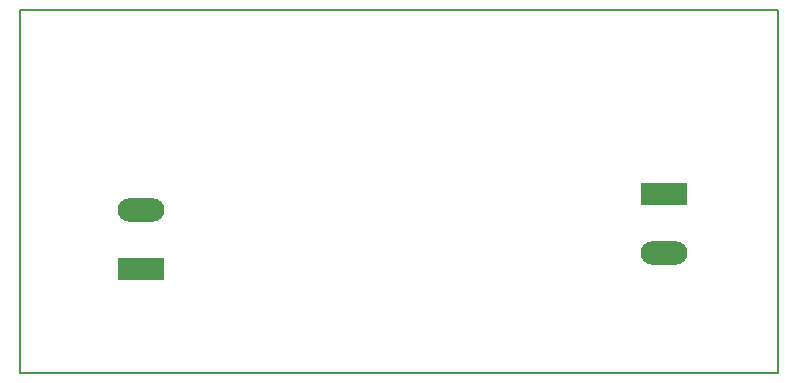
<source format=gbr>
%TF.GenerationSoftware,KiCad,Pcbnew,(6.0.9)*%
%TF.CreationDate,2022-11-24T21:30:44+02:00*%
%TF.ProjectId,transformer,7472616e-7366-46f7-926d-65722e6b6963,rev?*%
%TF.SameCoordinates,Original*%
%TF.FileFunction,Soldermask,Top*%
%TF.FilePolarity,Negative*%
%FSLAX46Y46*%
G04 Gerber Fmt 4.6, Leading zero omitted, Abs format (unit mm)*
G04 Created by KiCad (PCBNEW (6.0.9)) date 2022-11-24 21:30:44*
%MOMM*%
%LPD*%
G01*
G04 APERTURE LIST*
%TA.AperFunction,Profile*%
%ADD10C,0.150000*%
%TD*%
%ADD11R,3.960000X1.980000*%
%ADD12O,3.960000X1.980000*%
G04 APERTURE END LIST*
D10*
X102514400Y-135915400D02*
X166674800Y-135915400D01*
X166674800Y-135915400D02*
X166674800Y-166624000D01*
X166674800Y-166624000D02*
X102514400Y-166624000D01*
X102514400Y-166624000D02*
X102514400Y-135915400D01*
X102514400Y-135915400D02*
X166674800Y-135915400D01*
X166674800Y-135915400D02*
X166674800Y-166624000D01*
X166674800Y-166624000D02*
X102514400Y-166624000D01*
X102514400Y-166624000D02*
X102514400Y-135915400D01*
D11*
%TO.C,J2*%
X157048200Y-151434800D03*
D12*
X157048200Y-156434800D03*
%TD*%
D11*
%TO.C,J1*%
X112750600Y-157810200D03*
D12*
X112750600Y-152810200D03*
%TD*%
M02*

</source>
